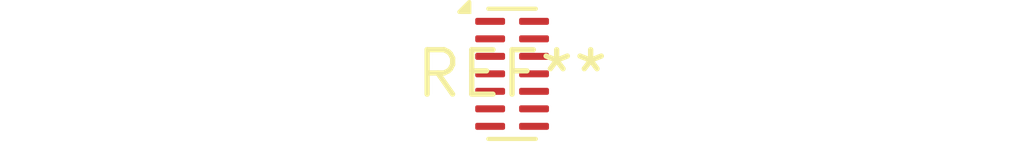
<source format=kicad_pcb>
(kicad_pcb (version 20240108) (generator pcbnew)
  (layers (0 "F.Cu" signal) (31 "B.Cu" signal) (34 "B.Paste" user) (35 "F.Paste" user) (36 "B.SilkS" user "B.Silkscreen") (37 "F.SilkS" user "F.Silkscreen") (38 "B.Mask" user) (39 "F.Mask" user) (44 "Edge.Cuts" user))
  (net 0 "")
  (footprint "DFN-14_1.35x3.5mm_P0.5mm" (layer "F.Cu") (at 0 0)
    (property "Reference" "REF**")
    (property "Value" "DFN-14_1.35x3.5mm_P0.5mm")
    (fp_line (start -0.675 -1.86) (end 0.675 -1.86) (layer "F.SilkS") (stroke (width 0.12)))
    (fp_line (start -0.675 1.86) (end 0.675 1.86) (layer "F.SilkS") (stroke (width 0.12)))
    (fp_poly (pts (xy -1.22 -1.77) (xy -1.5 -1.77) (xy -1.22 -2.05) (xy -1.22 -1.77)) (layer "F.SilkS") (stroke (width 0.12)) (fill solid))
    (pad "1" smd roundrect (at -0.625 -1.5) (size 0.85 0.2) (layers "F.Cu" "F.Paste" "F.Mask"))
    (pad "2" smd roundrect (at -0.625 -1) (size 0.85 0.2) (layers "F.Cu" "F.Paste" "F.Mask"))
    (pad "3" smd roundrect (at -0.625 -0.5) (size 0.85 0.2) (layers "F.Cu" "F.Paste" "F.Mask"))
    (pad "4" smd roundrect (at -0.625 0) (size 0.85 0.2) (layers "F.Cu" "F.Paste" "F.Mask"))
    (pad "5" smd roundrect (at -0.625 0.5) (size 0.85 0.2) (layers "F.Cu" "F.Paste" "F.Mask"))
    (pad "6" smd roundrect (at -0.625 1) (size 0.85 0.2) (layers "F.Cu" "F.Paste" "F.Mask"))
    (pad "7" smd roundrect (at -0.625 1.5) (size 0.85 0.2) (layers "F.Cu" "F.Paste" "F.Mask"))
    (pad "8" smd roundrect (at 0.625 1.5) (size 0.85 0.2) (layers "F.Cu" "F.Paste" "F.Mask"))
    (pad "9" smd roundrect (at 0.625 1) (size 0.85 0.2) (layers "F.Cu" "F.Paste" "F.Mask"))
    (pad "10" smd roundrect (at 0.625 0.5) (size 0.85 0.2) (layers "F.Cu" "F.Paste" "F.Mask"))
    (pad "11" smd roundrect (at 0.625 0) (size 0.85 0.2) (layers "F.Cu" "F.Paste" "F.Mask"))
    (pad "12" smd roundrect (at 0.625 -0.5) (size 0.85 0.2) (layers "F.Cu" "F.Paste" "F.Mask"))
    (pad "13" smd roundrect (at 0.625 -1) (size 0.85 0.2) (layers "F.Cu" "F.Paste" "F.Mask"))
    (pad "14" smd roundrect (at 0.625 -1.5) (size 0.85 0.2) (layers "F.Cu" "F.Paste" "F.Mask"))
  )
)
</source>
